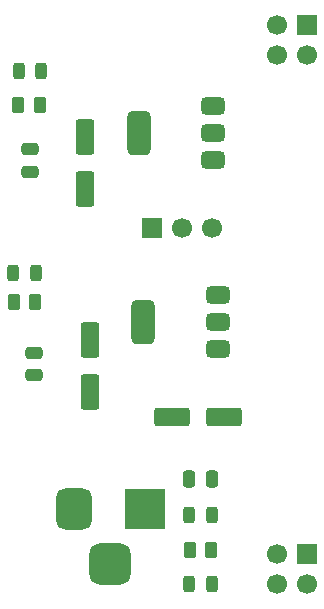
<source format=gbr>
%TF.GenerationSoftware,KiCad,Pcbnew,9.0.5*%
%TF.CreationDate,2025-10-31T15:32:29+05:30*%
%TF.ProjectId,Breadboard-PCB,42726561-6462-46f6-9172-642d5043422e,rev?*%
%TF.SameCoordinates,Original*%
%TF.FileFunction,Soldermask,Top*%
%TF.FilePolarity,Negative*%
%FSLAX46Y46*%
G04 Gerber Fmt 4.6, Leading zero omitted, Abs format (unit mm)*
G04 Created by KiCad (PCBNEW 9.0.5) date 2025-10-31 15:32:29*
%MOMM*%
%LPD*%
G01*
G04 APERTURE LIST*
G04 Aperture macros list*
%AMRoundRect*
0 Rectangle with rounded corners*
0 $1 Rounding radius*
0 $2 $3 $4 $5 $6 $7 $8 $9 X,Y pos of 4 corners*
0 Add a 4 corners polygon primitive as box body*
4,1,4,$2,$3,$4,$5,$6,$7,$8,$9,$2,$3,0*
0 Add four circle primitives for the rounded corners*
1,1,$1+$1,$2,$3*
1,1,$1+$1,$4,$5*
1,1,$1+$1,$6,$7*
1,1,$1+$1,$8,$9*
0 Add four rect primitives between the rounded corners*
20,1,$1+$1,$2,$3,$4,$5,0*
20,1,$1+$1,$4,$5,$6,$7,0*
20,1,$1+$1,$6,$7,$8,$9,0*
20,1,$1+$1,$8,$9,$2,$3,0*%
G04 Aperture macros list end*
%ADD10R,3.500000X3.500000*%
%ADD11RoundRect,0.750000X-0.750000X-1.000000X0.750000X-1.000000X0.750000X1.000000X-0.750000X1.000000X0*%
%ADD12RoundRect,0.875000X-0.875000X-0.875000X0.875000X-0.875000X0.875000X0.875000X-0.875000X0.875000X0*%
%ADD13RoundRect,0.243750X-0.243750X-0.456250X0.243750X-0.456250X0.243750X0.456250X-0.243750X0.456250X0*%
%ADD14RoundRect,0.250000X0.262500X0.450000X-0.262500X0.450000X-0.262500X-0.450000X0.262500X-0.450000X0*%
%ADD15RoundRect,0.243750X0.243750X0.456250X-0.243750X0.456250X-0.243750X-0.456250X0.243750X-0.456250X0*%
%ADD16RoundRect,0.250000X1.250000X0.550000X-1.250000X0.550000X-1.250000X-0.550000X1.250000X-0.550000X0*%
%ADD17RoundRect,0.250000X0.250000X0.475000X-0.250000X0.475000X-0.250000X-0.475000X0.250000X-0.475000X0*%
%ADD18RoundRect,0.375000X0.625000X0.375000X-0.625000X0.375000X-0.625000X-0.375000X0.625000X-0.375000X0*%
%ADD19RoundRect,0.500000X0.500000X1.400000X-0.500000X1.400000X-0.500000X-1.400000X0.500000X-1.400000X0*%
%ADD20RoundRect,0.250000X-0.550000X1.250000X-0.550000X-1.250000X0.550000X-1.250000X0.550000X1.250000X0*%
%ADD21RoundRect,0.250000X-0.475000X0.250000X-0.475000X-0.250000X0.475000X-0.250000X0.475000X0.250000X0*%
%ADD22RoundRect,0.250000X-0.262500X-0.450000X0.262500X-0.450000X0.262500X0.450000X-0.262500X0.450000X0*%
%ADD23C,1.700000*%
%ADD24R,1.700000X1.700000*%
G04 APERTURE END LIST*
D10*
%TO.C,DC-POWER*%
X107200000Y-108200000D03*
D11*
X101200000Y-108200000D03*
D12*
X104200000Y-112900000D03*
%TD*%
D13*
%TO.C,F1*%
X112837500Y-108700000D03*
X110962500Y-108700000D03*
%TD*%
D14*
%TO.C,R1*%
X111000000Y-111700000D03*
X112825000Y-111700000D03*
%TD*%
D15*
%TO.C,PWR_LED1*%
X110962500Y-114600000D03*
X112837500Y-114600000D03*
%TD*%
D16*
%TO.C,C1*%
X109500000Y-100400000D03*
X113900000Y-100400000D03*
%TD*%
D17*
%TO.C,C2*%
X110950000Y-105700000D03*
X112850000Y-105700000D03*
%TD*%
D18*
%TO.C,U1*%
X113350000Y-90100000D03*
D19*
X107050000Y-92400000D03*
D18*
X113350000Y-92400000D03*
X113350000Y-94700000D03*
%TD*%
D20*
%TO.C,C3*%
X102500000Y-98300000D03*
X102500000Y-93900000D03*
%TD*%
D21*
%TO.C,C4*%
X97800000Y-96900000D03*
X97800000Y-95000000D03*
%TD*%
D14*
%TO.C,R2*%
X96100000Y-90700000D03*
X97925000Y-90700000D03*
%TD*%
D15*
%TO.C,5V-LED*%
X96062500Y-88200000D03*
X97937500Y-88200000D03*
%TD*%
D18*
%TO.C,U2*%
X112950000Y-74100000D03*
D19*
X106650000Y-76400000D03*
D18*
X112950000Y-76400000D03*
X112950000Y-78700000D03*
%TD*%
D20*
%TO.C,C5*%
X102100000Y-81100000D03*
X102100000Y-76700000D03*
%TD*%
D21*
%TO.C,C6*%
X97500000Y-79650000D03*
X97500000Y-77750000D03*
%TD*%
D22*
%TO.C,R3*%
X98300000Y-74000000D03*
X96475000Y-74000000D03*
%TD*%
D13*
%TO.C,3.3V-LED*%
X98425000Y-71100000D03*
X96550000Y-71100000D03*
%TD*%
D23*
%TO.C,3.3V OUT 5V*%
X112900000Y-84400000D03*
X110360000Y-84400000D03*
D24*
X107820000Y-84400000D03*
%TD*%
%TO.C,J3*%
X120900000Y-67200000D03*
D23*
X118360000Y-67200000D03*
X120900000Y-69740000D03*
X118360000Y-69740000D03*
%TD*%
%TO.C,J4*%
X118360000Y-114600000D03*
X120900000Y-114600000D03*
X118360000Y-112060000D03*
D24*
X120900000Y-112060000D03*
%TD*%
M02*

</source>
